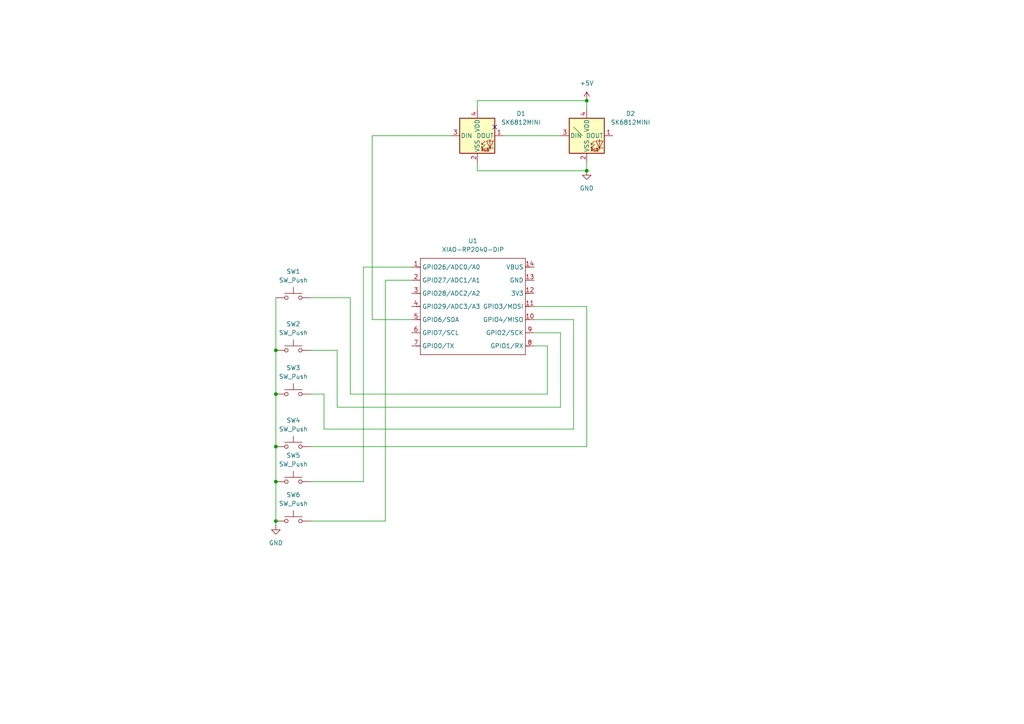
<source format=kicad_sch>
(kicad_sch (version 20250114) (generator "eeschema") (generator_version "9.0")
  (paper "A4")
  (lib_symbols
    (symbol "LED:SK6812MINI" (pin_names (offset 0.254))
      (property "Reference" "D" (at 5.08 5.715 0))
      (property "Value" "SK6812MINI" (at 1.27 -5.715 0))
      (symbol "SK6812MINI_0_0"
        (text "RGB" (at 2.286 -4.191 0) (effects (font (size 0.762 0.762))))
      )
      (symbol "SK6812MINI_0_1"
        (polyline (pts (xy 1.27 -2.54) (xy 1.778 -2.54)))
        (polyline (pts (xy 1.27 -3.556) (xy 1.778 -3.556)))
        (polyline (pts (xy 2.286 -1.524) (xy 1.27 -2.54) (xy 1.27 -2.032)))
        (polyline (pts (xy 2.286 -2.54) (xy 1.27 -3.556) (xy 1.27 -3.048)))
        (polyline (pts (xy 3.683 -1.016) (xy 3.683 -3.556) (xy 3.683 -4.064)))
        (polyline (pts (xy 4.699 -1.524) (xy 2.667 -1.524) (xy 3.683 -3.556) (xy 4.699 -1.524)))
        (polyline (pts (xy 4.699 -3.556) (xy 2.667 -3.556)))
        (rectangle (start 5.08 5.08) (end -5.08 -5.08) (stroke (width 0.254)) (fill (type background)))
      )
      (symbol "SK6812MINI_1_1"
        (pin input line (at -7.62 0 0) (length 2.54) (name "DIN") (number "3"))
        (pin power_in line (at 0 7.62 270) (length 2.54) (name "VDD") (number "4"))
        (pin power_in line (at 0 -7.62 90) (length 2.54) (name "VSS") (number "2"))
        (pin output line (at 7.62 0 180) (length 2.54) (name "DOUT") (number "1"))
      )
    )
    (symbol "OPL:XIAO-RP2040-DIP"
      (property "Reference" "U" (at 0 0 0))
      (property "Value" "XIAO-RP2040-DIP" (at 5.334 -1.778 0))
      (symbol "XIAO-RP2040-DIP_1_0"
        (polyline (pts (xy -1.27 -2.54) (xy 29.21 -2.54)) (stroke (width 0.1524)))
        (polyline (pts (xy -1.27 -5.08) (xy -2.54 -5.08)) (stroke (width 0.1524)))
        (polyline (pts (xy -1.27 -5.08) (xy -1.27 -2.54)) (stroke (width 0.1524)))
        (polyline (pts (xy -1.27 -8.89) (xy -2.54 -8.89)) (stroke (width 0.1524)))
        (polyline (pts (xy -1.27 -8.89) (xy -1.27 -5.08)) (stroke (width 0.1524)))
        (polyline (pts (xy -1.27 -12.7) (xy -2.54 -12.7)) (stroke (width 0.1524)))
        (polyline (pts (xy -1.27 -12.7) (xy -1.27 -8.89)) (stroke (width 0.1524)))
        (polyline (pts (xy -1.27 -16.51) (xy -2.54 -16.51)) (stroke (width 0.1524)))
        (polyline (pts (xy -1.27 -16.51) (xy -1.27 -12.7)) (stroke (width 0.1524)))
        (polyline (pts (xy -1.27 -20.32) (xy -2.54 -20.32)) (stroke (width 0.1524)))
        (polyline (pts (xy -1.27 -24.13) (xy -2.54 -24.13)) (stroke (width 0.1524)))
        (polyline (pts (xy -1.27 -27.94) (xy -2.54 -27.94)) (stroke (width 0.1524)))
        (polyline (pts (xy -1.27 -30.48) (xy -1.27 -16.51)) (stroke (width 0.1524)))
        (polyline (pts (xy 29.21 -2.54) (xy 29.21 -5.08)) (stroke (width 0.1524)))
        (polyline (pts (xy 29.21 -5.08) (xy 29.21 -8.89)) (stroke (width 0.1524)))
        (polyline (pts (xy 29.21 -8.89) (xy 29.21 -12.7)) (stroke (width 0.1524)))
        (polyline (pts (xy 29.21 -12.7) (xy 29.21 -30.48)) (stroke (width 0.1524)))
        (polyline (pts (xy 29.21 -30.48) (xy -1.27 -30.48)) (stroke (width 0.1524)))
        (polyline (pts (xy 30.48 -5.08) (xy 29.21 -5.08)) (stroke (width 0.1524)))
        (polyline (pts (xy 30.48 -8.89) (xy 29.21 -8.89)) (stroke (width 0.1524)))
        (polyline (pts (xy 30.48 -12.7) (xy 29.21 -12.7)) (stroke (width 0.1524)))
        (polyline (pts (xy 30.48 -16.51) (xy 29.21 -16.51)) (stroke (width 0.1524)))
        (polyline (pts (xy 30.48 -20.32) (xy 29.21 -20.32)) (stroke (width 0.1524)))
        (polyline (pts (xy 30.48 -24.13) (xy 29.21 -24.13)) (stroke (width 0.1524)))
        (polyline (pts (xy 30.48 -27.94) (xy 29.21 -27.94)) (stroke (width 0.1524)))
        (pin passive line (at -3.81 -5.08 0) (length 2.54) (name "GPIO26/ADC0/A0") (number "1"))
        (pin passive line (at -3.81 -8.89 0) (length 2.54) (name "GPIO27/ADC1/A1") (number "2"))
        (pin passive line (at -3.81 -12.7 0) (length 2.54) (name "GPIO28/ADC2/A2") (number "3"))
        (pin passive line (at -3.81 -16.51 0) (length 2.54) (name "GPIO29/ADC3/A3") (number "4"))
        (pin passive line (at -3.81 -20.32 0) (length 2.54) (name "GPIO6/SDA") (number "5"))
        (pin passive line (at -3.81 -24.13 0) (length 2.54) (name "GPIO7/SCL") (number "6"))
        (pin passive line (at -3.81 -27.94 0) (length 2.54) (name "GPIO0/TX") (number "7"))
        (pin passive line (at 31.75 -5.08 180) (length 2.54) (name "VBUS") (number "14"))
        (pin passive line (at 31.75 -8.89 180) (length 2.54) (name "GND") (number "13"))
        (pin passive line (at 31.75 -12.7 180) (length 2.54) (name "3V3") (number "12"))
        (pin passive line (at 31.75 -16.51 180) (length 2.54) (name "GPIO3/MOSI") (number "11"))
        (pin passive line (at 31.75 -20.32 180) (length 2.54) (name "GPIO4/MISO") (number "10"))
        (pin passive line (at 31.75 -24.13 180) (length 2.54) (name "GPIO2/SCK") (number "9"))
        (pin passive line (at 31.75 -27.94 180) (length 2.54) (name "GPIO1/RX") (number "8"))
      )
    )
    (symbol "Switch:SW_Push" (pin_numbers (hide yes)) (pin_names (offset 1.016) (hide yes))
      (property "Reference" "SW" (at 1.27 2.54 0))
      (property "Value" "SW_Push" (at 0 -1.524 0))
      (symbol "SW_Push_0_1"
        (circle (center -2.032 0) (radius 0.508))
        (polyline (pts (xy 0 1.27) (xy 0 3.048)))
        (circle (center 2.032 0) (radius 0.508))
        (polyline (pts (xy 2.54 1.27) (xy -2.54 1.27)))
        (pin passive line (at -5.08 0 0) (length 2.54) (name "1") (number "1"))
        (pin passive line (at 5.08 0 180) (length 2.54) (name "2") (number "2"))
      )
    )
    (symbol "power:+5V" (power) (pin_numbers (hide yes)) (pin_names (offset 0) (hide yes))
      (property "Value" "+5V" (at 0 3.556 0))
      (symbol "+5V_0_1"
        (polyline (pts (xy -0.762 1.27) (xy 0 2.54)))
        (polyline (pts (xy 0 2.54) (xy 0.762 1.27)))
        (polyline (pts (xy 0 0) (xy 0 2.54)))
      )
      (symbol "+5V_1_1"
        (pin power_in line (at 0 0 90) (length 0) (name "~") (number "1"))
      )
    )
    (symbol "power:GND" (power) (pin_numbers (hide yes)) (pin_names (offset 0) (hide yes))
      (property "Value" "GND" (at 0 -3.81 0))
      (symbol "GND_0_1"
        (polyline (pts (xy 0 0) (xy 0 -1.27) (xy 1.27 -1.27) (xy 0 -2.54) (xy -1.27 -1.27) (xy 0 -1.27)))
      )
      (symbol "GND_1_1"
        (pin power_in line (at 0 0 270) (length 0) (name "~") (number "1"))
      )
    )
  )
  (junction (at 80.01 139.7))
  (junction (at 170.18 49.53))
  (junction (at 80.01 101.6))
  (junction (at 80.01 151.13))
  (junction (at 80.01 129.54))
  (junction (at 80.01 114.3))
  (junction (at 170.18 29.21))
  (no_connect (at 143.51 36.83))
  (bus_entry (at 166.37 36.83) (size 2.54 2.54))
  (wire (pts (xy 138.43 49.53) (xy 170.18 49.53)))
  (wire (pts (xy 93.98 124.46) (xy 166.37 124.46)))
  (wire (pts (xy 138.43 31.75) (xy 138.43 29.21)))
  (wire (pts (xy 107.95 39.37) (xy 107.95 92.71)))
  (wire (pts (xy 154.94 88.9) (xy 170.18 88.9)))
  (wire (pts (xy 105.41 139.7) (xy 105.41 77.47)))
  (wire (pts (xy 138.43 29.21) (xy 170.18 29.21)))
  (wire (pts (xy 80.01 129.54) (xy 80.01 139.7)))
  (wire (pts (xy 90.17 151.13) (xy 111.76 151.13)))
  (wire (pts (xy 158.75 100.33) (xy 154.94 100.33)))
  (wire (pts (xy 111.76 81.28) (xy 119.38 81.28)))
  (wire (pts (xy 90.17 101.6) (xy 97.79 101.6)))
  (wire (pts (xy 90.17 139.7) (xy 105.41 139.7)))
  (wire (pts (xy 90.17 114.3) (xy 93.98 114.3)))
  (wire (pts (xy 97.79 101.6) (xy 97.79 118.11)))
  (wire (pts (xy 162.56 96.52) (xy 154.94 96.52)))
  (wire (pts (xy 90.17 86.36) (xy 101.6 86.36)))
  (wire (pts (xy 80.01 152.4) (xy 80.01 151.13)))
  (wire (pts (xy 93.98 114.3) (xy 93.98 124.46)))
  (wire (pts (xy 154.94 92.71) (xy 166.37 92.71)))
  (wire (pts (xy 166.37 124.46) (xy 166.37 92.71)))
  (wire (pts (xy 80.01 86.36) (xy 80.01 101.6)))
  (wire (pts (xy 170.18 29.21) (xy 170.18 31.75)))
  (wire (pts (xy 170.18 129.54) (xy 170.18 88.9)))
  (wire (pts (xy 138.43 46.99) (xy 138.43 49.53)))
  (wire (pts (xy 107.95 92.71) (xy 119.38 92.71)))
  (wire (pts (xy 90.17 129.54) (xy 170.18 129.54)))
  (wire (pts (xy 146.05 39.37) (xy 162.56 39.37)))
  (wire (pts (xy 162.56 118.11) (xy 162.56 96.52)))
  (wire (pts (xy 158.75 114.3) (xy 158.75 100.33)))
  (wire (pts (xy 130.81 39.37) (xy 107.95 39.37)))
  (wire (pts (xy 80.01 114.3) (xy 80.01 129.54)))
  (wire (pts (xy 105.41 77.47) (xy 119.38 77.47)))
  (wire (pts (xy 111.76 151.13) (xy 111.76 81.28)))
  (wire (pts (xy 80.01 151.13) (xy 80.01 139.7)))
  (wire (pts (xy 80.01 101.6) (xy 80.01 114.3)))
  (wire (pts (xy 170.18 49.53) (xy 170.18 46.99)))
  (wire (pts (xy 101.6 114.3) (xy 158.75 114.3)))
  (wire (pts (xy 97.79 118.11) (xy 162.56 118.11)))
  (wire (pts (xy 101.6 86.36) (xy 101.6 114.3)))
  (symbol (lib_id "LED:SK6812MINI") (at 170.18 39.37 0) (unit 1)
    (property "Reference" "D2" (at 182.88 32.9498 0))
    (property "Value" "SK6812MINI" (at 182.88 35.4898 0))
    (property "Footprint" "LED_SMD:LED_SK6812MINI_PLCC4_3.5x3.5mm_P1.75mm" (effects (hide yes)))
    (property "Datasheet" "https://cdn-shop.adafruit.com/product-files/2686/SK6812MINI_REV.01-1-2.pdf" (effects (hide yes)))
    (property "Description" "RGB LED with integrated controller" (effects (hide yes)))
  )
  (symbol (lib_id "power:GND") (at 170.18 49.53 0) (unit 1)
    (property "Reference" "#PWR01" (effects (hide yes)))
    (property "Value" "GND" (at 170.18 54.61 0))
    (property "Description" "Power symbol creates a global label with name \"GND\" , ground" (effects (hide yes)))
  )
  (symbol (lib_id "Switch:SW_Push") (at 85.09 139.7 0) (unit 1)
    (property "Reference" "SW5" (at 85.09 132.08 0))
    (property "Value" "SW_Push" (at 85.09 134.62 0))
    (property "Footprint" "Button_Switch_Keyboard:SW_Cherry_MX_1.00u_PCB" (effects (hide yes)))
    (property "Description" "Push button switch, generic, two pins" (effects (hide yes)))
  )
  (symbol (lib_id "Switch:SW_Push") (at 85.09 114.3 0) (unit 1)
    (property "Reference" "SW3" (at 85.09 106.68 0))
    (property "Value" "SW_Push" (at 85.09 109.22 0))
    (property "Footprint" "Button_Switch_Keyboard:SW_Cherry_MX_1.00u_PCB" (effects (hide yes)))
    (property "Description" "Push button switch, generic, two pins" (effects (hide yes)))
  )
  (symbol (lib_id "OPL:XIAO-RP2040-DIP") (at 123.19 72.39 0) (unit 1)
    (property "Reference" "U1" (at 137.16 69.85 0))
    (property "Value" "XIAO-RP2040-DIP" (at 137.16 72.39 0))
    (property "Footprint" "OPL:XIAO-RP2040-DIP" (effects (hide yes)))
  )
  (symbol (lib_id "LED:SK6812MINI") (at 138.43 39.37 0) (unit 1)
    (property "Reference" "D1" (at 151.13 32.9498 0))
    (property "Value" "SK6812MINI" (at 151.13 35.4898 0))
    (property "Footprint" "LED_SMD:LED_SK6812MINI_PLCC4_3.5x3.5mm_P1.75mm" (effects (hide yes)))
    (property "Datasheet" "https://cdn-shop.adafruit.com/product-files/2686/SK6812MINI_REV.01-1-2.pdf" (effects (hide yes)))
    (property "Description" "RGB LED with integrated controller" (effects (hide yes)))
  )
  (symbol (lib_id "Switch:SW_Push") (at 85.09 101.6 0) (unit 1)
    (property "Reference" "SW2" (at 85.09 93.98 0))
    (property "Value" "SW_Push" (at 85.09 96.52 0))
    (property "Footprint" "Button_Switch_Keyboard:SW_Cherry_MX_1.00u_PCB" (effects (hide yes)))
    (property "Description" "Push button switch, generic, two pins" (effects (hide yes)))
  )
  (symbol (lib_id "power:GND") (at 80.01 152.4 0) (unit 1)
    (property "Reference" "#PWR03" (effects (hide yes)))
    (property "Value" "GND" (at 80.01 157.48 0))
    (property "Description" "Power symbol creates a global label with name \"GND\" , ground" (effects (hide yes)))
  )
  (symbol (lib_id "Switch:SW_Push") (at 85.09 86.36 0) (unit 1)
    (property "Reference" "SW1" (at 85.09 78.74 0))
    (property "Value" "SW_Push" (at 85.09 81.28 0))
    (property "Footprint" "Button_Switch_Keyboard:SW_Cherry_MX_1.00u_PCB" (effects (hide yes)))
    (property "Description" "Push button switch, generic, two pins" (effects (hide yes)))
  )
  (symbol (lib_id "power:+5V") (at 170.18 29.21 0) (unit 1)
    (property "Reference" "#PWR02" (effects (hide yes)))
    (property "Value" "+5V" (at 170.18 24.13 0))
    (property "Description" "Power symbol creates a global label with name \"+5V\"" (effects (hide yes)))
  )
  (symbol (lib_id "Switch:SW_Push") (at 85.09 151.13 0) (unit 1)
    (property "Reference" "SW6" (at 85.09 143.51 0))
    (property "Value" "SW_Push" (at 85.09 146.05 0))
    (property "Footprint" "Button_Switch_Keyboard:SW_Cherry_MX_1.00u_PCB" (effects (hide yes)))
    (property "Description" "Push button switch, generic, two pins" (effects (hide yes)))
  )
  (symbol (lib_id "Switch:SW_Push") (at 85.09 129.54 0) (unit 1)
    (property "Reference" "SW4" (at 85.09 121.92 0))
    (property "Value" "SW_Push" (at 85.09 124.46 0))
    (property "Footprint" "Button_Switch_Keyboard:SW_Cherry_MX_1.00u_PCB" (effects (hide yes)))
    (property "Description" "Push button switch, generic, two pins" (effects (hide yes)))
  )
)
</source>
